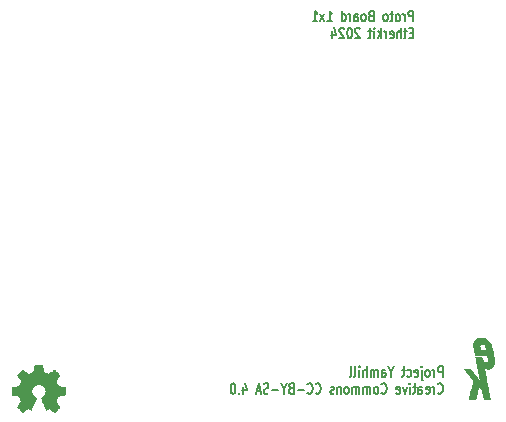
<source format=gbo>
%TF.GenerationSoftware,KiCad,Pcbnew,7.0.10-7.0.10~ubuntu22.04.1*%
%TF.CreationDate,2024-01-03T17:58:32-08:00*%
%TF.ProjectId,YamhillProtoBoard1x1,59616d68-696c-46c5-9072-6f746f426f61,A*%
%TF.SameCoordinates,Original*%
%TF.FileFunction,Legend,Bot*%
%TF.FilePolarity,Positive*%
%FSLAX46Y46*%
G04 Gerber Fmt 4.6, Leading zero omitted, Abs format (unit mm)*
G04 Created by KiCad (PCBNEW 7.0.10-7.0.10~ubuntu22.04.1) date 2024-01-03 17:58:32*
%MOMM*%
%LPD*%
G01*
G04 APERTURE LIST*
%ADD10C,0.175000*%
%ADD11C,0.002540*%
%ADD12C,1.000000*%
%ADD13C,0.800000*%
%ADD14C,6.400000*%
%ADD15R,1.700000X1.700000*%
%ADD16O,1.700000X1.700000*%
%ADD17C,2.500000*%
%ADD18C,2.600000*%
G04 APERTURE END LIST*
D10*
X143318202Y-89431757D02*
X143318202Y-88531757D01*
X143318202Y-88531757D02*
X143051535Y-88531757D01*
X143051535Y-88531757D02*
X142984869Y-88574614D01*
X142984869Y-88574614D02*
X142951535Y-88617471D01*
X142951535Y-88617471D02*
X142918202Y-88703185D01*
X142918202Y-88703185D02*
X142918202Y-88831757D01*
X142918202Y-88831757D02*
X142951535Y-88917471D01*
X142951535Y-88917471D02*
X142984869Y-88960328D01*
X142984869Y-88960328D02*
X143051535Y-89003185D01*
X143051535Y-89003185D02*
X143318202Y-89003185D01*
X142618202Y-89431757D02*
X142618202Y-88831757D01*
X142618202Y-89003185D02*
X142584869Y-88917471D01*
X142584869Y-88917471D02*
X142551535Y-88874614D01*
X142551535Y-88874614D02*
X142484869Y-88831757D01*
X142484869Y-88831757D02*
X142418202Y-88831757D01*
X142084869Y-89431757D02*
X142151536Y-89388900D01*
X142151536Y-89388900D02*
X142184869Y-89346042D01*
X142184869Y-89346042D02*
X142218202Y-89260328D01*
X142218202Y-89260328D02*
X142218202Y-89003185D01*
X142218202Y-89003185D02*
X142184869Y-88917471D01*
X142184869Y-88917471D02*
X142151536Y-88874614D01*
X142151536Y-88874614D02*
X142084869Y-88831757D01*
X142084869Y-88831757D02*
X141984869Y-88831757D01*
X141984869Y-88831757D02*
X141918202Y-88874614D01*
X141918202Y-88874614D02*
X141884869Y-88917471D01*
X141884869Y-88917471D02*
X141851536Y-89003185D01*
X141851536Y-89003185D02*
X141851536Y-89260328D01*
X141851536Y-89260328D02*
X141884869Y-89346042D01*
X141884869Y-89346042D02*
X141918202Y-89388900D01*
X141918202Y-89388900D02*
X141984869Y-89431757D01*
X141984869Y-89431757D02*
X142084869Y-89431757D01*
X141551536Y-88831757D02*
X141551536Y-89603185D01*
X141551536Y-89603185D02*
X141584869Y-89688900D01*
X141584869Y-89688900D02*
X141651536Y-89731757D01*
X141651536Y-89731757D02*
X141684869Y-89731757D01*
X141551536Y-88531757D02*
X141584869Y-88574614D01*
X141584869Y-88574614D02*
X141551536Y-88617471D01*
X141551536Y-88617471D02*
X141518203Y-88574614D01*
X141518203Y-88574614D02*
X141551536Y-88531757D01*
X141551536Y-88531757D02*
X141551536Y-88617471D01*
X140951536Y-89388900D02*
X141018203Y-89431757D01*
X141018203Y-89431757D02*
X141151536Y-89431757D01*
X141151536Y-89431757D02*
X141218203Y-89388900D01*
X141218203Y-89388900D02*
X141251536Y-89303185D01*
X141251536Y-89303185D02*
X141251536Y-88960328D01*
X141251536Y-88960328D02*
X141218203Y-88874614D01*
X141218203Y-88874614D02*
X141151536Y-88831757D01*
X141151536Y-88831757D02*
X141018203Y-88831757D01*
X141018203Y-88831757D02*
X140951536Y-88874614D01*
X140951536Y-88874614D02*
X140918203Y-88960328D01*
X140918203Y-88960328D02*
X140918203Y-89046042D01*
X140918203Y-89046042D02*
X141251536Y-89131757D01*
X140318203Y-89388900D02*
X140384870Y-89431757D01*
X140384870Y-89431757D02*
X140518203Y-89431757D01*
X140518203Y-89431757D02*
X140584870Y-89388900D01*
X140584870Y-89388900D02*
X140618203Y-89346042D01*
X140618203Y-89346042D02*
X140651536Y-89260328D01*
X140651536Y-89260328D02*
X140651536Y-89003185D01*
X140651536Y-89003185D02*
X140618203Y-88917471D01*
X140618203Y-88917471D02*
X140584870Y-88874614D01*
X140584870Y-88874614D02*
X140518203Y-88831757D01*
X140518203Y-88831757D02*
X140384870Y-88831757D01*
X140384870Y-88831757D02*
X140318203Y-88874614D01*
X140118203Y-88831757D02*
X139851536Y-88831757D01*
X140018203Y-88531757D02*
X140018203Y-89303185D01*
X140018203Y-89303185D02*
X139984870Y-89388900D01*
X139984870Y-89388900D02*
X139918203Y-89431757D01*
X139918203Y-89431757D02*
X139851536Y-89431757D01*
X138951537Y-89003185D02*
X138951537Y-89431757D01*
X139184870Y-88531757D02*
X138951537Y-89003185D01*
X138951537Y-89003185D02*
X138718203Y-88531757D01*
X138184870Y-89431757D02*
X138184870Y-88960328D01*
X138184870Y-88960328D02*
X138218203Y-88874614D01*
X138218203Y-88874614D02*
X138284870Y-88831757D01*
X138284870Y-88831757D02*
X138418203Y-88831757D01*
X138418203Y-88831757D02*
X138484870Y-88874614D01*
X138184870Y-89388900D02*
X138251537Y-89431757D01*
X138251537Y-89431757D02*
X138418203Y-89431757D01*
X138418203Y-89431757D02*
X138484870Y-89388900D01*
X138484870Y-89388900D02*
X138518203Y-89303185D01*
X138518203Y-89303185D02*
X138518203Y-89217471D01*
X138518203Y-89217471D02*
X138484870Y-89131757D01*
X138484870Y-89131757D02*
X138418203Y-89088900D01*
X138418203Y-89088900D02*
X138251537Y-89088900D01*
X138251537Y-89088900D02*
X138184870Y-89046042D01*
X137851537Y-89431757D02*
X137851537Y-88831757D01*
X137851537Y-88917471D02*
X137818204Y-88874614D01*
X137818204Y-88874614D02*
X137751537Y-88831757D01*
X137751537Y-88831757D02*
X137651537Y-88831757D01*
X137651537Y-88831757D02*
X137584870Y-88874614D01*
X137584870Y-88874614D02*
X137551537Y-88960328D01*
X137551537Y-88960328D02*
X137551537Y-89431757D01*
X137551537Y-88960328D02*
X137518204Y-88874614D01*
X137518204Y-88874614D02*
X137451537Y-88831757D01*
X137451537Y-88831757D02*
X137351537Y-88831757D01*
X137351537Y-88831757D02*
X137284870Y-88874614D01*
X137284870Y-88874614D02*
X137251537Y-88960328D01*
X137251537Y-88960328D02*
X137251537Y-89431757D01*
X136918204Y-89431757D02*
X136918204Y-88531757D01*
X136618204Y-89431757D02*
X136618204Y-88960328D01*
X136618204Y-88960328D02*
X136651537Y-88874614D01*
X136651537Y-88874614D02*
X136718204Y-88831757D01*
X136718204Y-88831757D02*
X136818204Y-88831757D01*
X136818204Y-88831757D02*
X136884871Y-88874614D01*
X136884871Y-88874614D02*
X136918204Y-88917471D01*
X136284871Y-89431757D02*
X136284871Y-88831757D01*
X136284871Y-88531757D02*
X136318204Y-88574614D01*
X136318204Y-88574614D02*
X136284871Y-88617471D01*
X136284871Y-88617471D02*
X136251538Y-88574614D01*
X136251538Y-88574614D02*
X136284871Y-88531757D01*
X136284871Y-88531757D02*
X136284871Y-88617471D01*
X135851538Y-89431757D02*
X135918205Y-89388900D01*
X135918205Y-89388900D02*
X135951538Y-89303185D01*
X135951538Y-89303185D02*
X135951538Y-88531757D01*
X135484871Y-89431757D02*
X135551538Y-89388900D01*
X135551538Y-89388900D02*
X135584871Y-89303185D01*
X135584871Y-89303185D02*
X135584871Y-88531757D01*
X142918202Y-90795042D02*
X142951535Y-90837900D01*
X142951535Y-90837900D02*
X143051535Y-90880757D01*
X143051535Y-90880757D02*
X143118202Y-90880757D01*
X143118202Y-90880757D02*
X143218202Y-90837900D01*
X143218202Y-90837900D02*
X143284869Y-90752185D01*
X143284869Y-90752185D02*
X143318202Y-90666471D01*
X143318202Y-90666471D02*
X143351535Y-90495042D01*
X143351535Y-90495042D02*
X143351535Y-90366471D01*
X143351535Y-90366471D02*
X143318202Y-90195042D01*
X143318202Y-90195042D02*
X143284869Y-90109328D01*
X143284869Y-90109328D02*
X143218202Y-90023614D01*
X143218202Y-90023614D02*
X143118202Y-89980757D01*
X143118202Y-89980757D02*
X143051535Y-89980757D01*
X143051535Y-89980757D02*
X142951535Y-90023614D01*
X142951535Y-90023614D02*
X142918202Y-90066471D01*
X142618202Y-90880757D02*
X142618202Y-90280757D01*
X142618202Y-90452185D02*
X142584869Y-90366471D01*
X142584869Y-90366471D02*
X142551535Y-90323614D01*
X142551535Y-90323614D02*
X142484869Y-90280757D01*
X142484869Y-90280757D02*
X142418202Y-90280757D01*
X141918202Y-90837900D02*
X141984869Y-90880757D01*
X141984869Y-90880757D02*
X142118202Y-90880757D01*
X142118202Y-90880757D02*
X142184869Y-90837900D01*
X142184869Y-90837900D02*
X142218202Y-90752185D01*
X142218202Y-90752185D02*
X142218202Y-90409328D01*
X142218202Y-90409328D02*
X142184869Y-90323614D01*
X142184869Y-90323614D02*
X142118202Y-90280757D01*
X142118202Y-90280757D02*
X141984869Y-90280757D01*
X141984869Y-90280757D02*
X141918202Y-90323614D01*
X141918202Y-90323614D02*
X141884869Y-90409328D01*
X141884869Y-90409328D02*
X141884869Y-90495042D01*
X141884869Y-90495042D02*
X142218202Y-90580757D01*
X141284869Y-90880757D02*
X141284869Y-90409328D01*
X141284869Y-90409328D02*
X141318202Y-90323614D01*
X141318202Y-90323614D02*
X141384869Y-90280757D01*
X141384869Y-90280757D02*
X141518202Y-90280757D01*
X141518202Y-90280757D02*
X141584869Y-90323614D01*
X141284869Y-90837900D02*
X141351536Y-90880757D01*
X141351536Y-90880757D02*
X141518202Y-90880757D01*
X141518202Y-90880757D02*
X141584869Y-90837900D01*
X141584869Y-90837900D02*
X141618202Y-90752185D01*
X141618202Y-90752185D02*
X141618202Y-90666471D01*
X141618202Y-90666471D02*
X141584869Y-90580757D01*
X141584869Y-90580757D02*
X141518202Y-90537900D01*
X141518202Y-90537900D02*
X141351536Y-90537900D01*
X141351536Y-90537900D02*
X141284869Y-90495042D01*
X141051536Y-90280757D02*
X140784869Y-90280757D01*
X140951536Y-89980757D02*
X140951536Y-90752185D01*
X140951536Y-90752185D02*
X140918203Y-90837900D01*
X140918203Y-90837900D02*
X140851536Y-90880757D01*
X140851536Y-90880757D02*
X140784869Y-90880757D01*
X140551536Y-90880757D02*
X140551536Y-90280757D01*
X140551536Y-89980757D02*
X140584869Y-90023614D01*
X140584869Y-90023614D02*
X140551536Y-90066471D01*
X140551536Y-90066471D02*
X140518203Y-90023614D01*
X140518203Y-90023614D02*
X140551536Y-89980757D01*
X140551536Y-89980757D02*
X140551536Y-90066471D01*
X140284870Y-90280757D02*
X140118203Y-90880757D01*
X140118203Y-90880757D02*
X139951536Y-90280757D01*
X139418203Y-90837900D02*
X139484870Y-90880757D01*
X139484870Y-90880757D02*
X139618203Y-90880757D01*
X139618203Y-90880757D02*
X139684870Y-90837900D01*
X139684870Y-90837900D02*
X139718203Y-90752185D01*
X139718203Y-90752185D02*
X139718203Y-90409328D01*
X139718203Y-90409328D02*
X139684870Y-90323614D01*
X139684870Y-90323614D02*
X139618203Y-90280757D01*
X139618203Y-90280757D02*
X139484870Y-90280757D01*
X139484870Y-90280757D02*
X139418203Y-90323614D01*
X139418203Y-90323614D02*
X139384870Y-90409328D01*
X139384870Y-90409328D02*
X139384870Y-90495042D01*
X139384870Y-90495042D02*
X139718203Y-90580757D01*
X138151537Y-90795042D02*
X138184870Y-90837900D01*
X138184870Y-90837900D02*
X138284870Y-90880757D01*
X138284870Y-90880757D02*
X138351537Y-90880757D01*
X138351537Y-90880757D02*
X138451537Y-90837900D01*
X138451537Y-90837900D02*
X138518204Y-90752185D01*
X138518204Y-90752185D02*
X138551537Y-90666471D01*
X138551537Y-90666471D02*
X138584870Y-90495042D01*
X138584870Y-90495042D02*
X138584870Y-90366471D01*
X138584870Y-90366471D02*
X138551537Y-90195042D01*
X138551537Y-90195042D02*
X138518204Y-90109328D01*
X138518204Y-90109328D02*
X138451537Y-90023614D01*
X138451537Y-90023614D02*
X138351537Y-89980757D01*
X138351537Y-89980757D02*
X138284870Y-89980757D01*
X138284870Y-89980757D02*
X138184870Y-90023614D01*
X138184870Y-90023614D02*
X138151537Y-90066471D01*
X137751537Y-90880757D02*
X137818204Y-90837900D01*
X137818204Y-90837900D02*
X137851537Y-90795042D01*
X137851537Y-90795042D02*
X137884870Y-90709328D01*
X137884870Y-90709328D02*
X137884870Y-90452185D01*
X137884870Y-90452185D02*
X137851537Y-90366471D01*
X137851537Y-90366471D02*
X137818204Y-90323614D01*
X137818204Y-90323614D02*
X137751537Y-90280757D01*
X137751537Y-90280757D02*
X137651537Y-90280757D01*
X137651537Y-90280757D02*
X137584870Y-90323614D01*
X137584870Y-90323614D02*
X137551537Y-90366471D01*
X137551537Y-90366471D02*
X137518204Y-90452185D01*
X137518204Y-90452185D02*
X137518204Y-90709328D01*
X137518204Y-90709328D02*
X137551537Y-90795042D01*
X137551537Y-90795042D02*
X137584870Y-90837900D01*
X137584870Y-90837900D02*
X137651537Y-90880757D01*
X137651537Y-90880757D02*
X137751537Y-90880757D01*
X137218204Y-90880757D02*
X137218204Y-90280757D01*
X137218204Y-90366471D02*
X137184871Y-90323614D01*
X137184871Y-90323614D02*
X137118204Y-90280757D01*
X137118204Y-90280757D02*
X137018204Y-90280757D01*
X137018204Y-90280757D02*
X136951537Y-90323614D01*
X136951537Y-90323614D02*
X136918204Y-90409328D01*
X136918204Y-90409328D02*
X136918204Y-90880757D01*
X136918204Y-90409328D02*
X136884871Y-90323614D01*
X136884871Y-90323614D02*
X136818204Y-90280757D01*
X136818204Y-90280757D02*
X136718204Y-90280757D01*
X136718204Y-90280757D02*
X136651537Y-90323614D01*
X136651537Y-90323614D02*
X136618204Y-90409328D01*
X136618204Y-90409328D02*
X136618204Y-90880757D01*
X136284871Y-90880757D02*
X136284871Y-90280757D01*
X136284871Y-90366471D02*
X136251538Y-90323614D01*
X136251538Y-90323614D02*
X136184871Y-90280757D01*
X136184871Y-90280757D02*
X136084871Y-90280757D01*
X136084871Y-90280757D02*
X136018204Y-90323614D01*
X136018204Y-90323614D02*
X135984871Y-90409328D01*
X135984871Y-90409328D02*
X135984871Y-90880757D01*
X135984871Y-90409328D02*
X135951538Y-90323614D01*
X135951538Y-90323614D02*
X135884871Y-90280757D01*
X135884871Y-90280757D02*
X135784871Y-90280757D01*
X135784871Y-90280757D02*
X135718204Y-90323614D01*
X135718204Y-90323614D02*
X135684871Y-90409328D01*
X135684871Y-90409328D02*
X135684871Y-90880757D01*
X135251538Y-90880757D02*
X135318205Y-90837900D01*
X135318205Y-90837900D02*
X135351538Y-90795042D01*
X135351538Y-90795042D02*
X135384871Y-90709328D01*
X135384871Y-90709328D02*
X135384871Y-90452185D01*
X135384871Y-90452185D02*
X135351538Y-90366471D01*
X135351538Y-90366471D02*
X135318205Y-90323614D01*
X135318205Y-90323614D02*
X135251538Y-90280757D01*
X135251538Y-90280757D02*
X135151538Y-90280757D01*
X135151538Y-90280757D02*
X135084871Y-90323614D01*
X135084871Y-90323614D02*
X135051538Y-90366471D01*
X135051538Y-90366471D02*
X135018205Y-90452185D01*
X135018205Y-90452185D02*
X135018205Y-90709328D01*
X135018205Y-90709328D02*
X135051538Y-90795042D01*
X135051538Y-90795042D02*
X135084871Y-90837900D01*
X135084871Y-90837900D02*
X135151538Y-90880757D01*
X135151538Y-90880757D02*
X135251538Y-90880757D01*
X134718205Y-90280757D02*
X134718205Y-90880757D01*
X134718205Y-90366471D02*
X134684872Y-90323614D01*
X134684872Y-90323614D02*
X134618205Y-90280757D01*
X134618205Y-90280757D02*
X134518205Y-90280757D01*
X134518205Y-90280757D02*
X134451538Y-90323614D01*
X134451538Y-90323614D02*
X134418205Y-90409328D01*
X134418205Y-90409328D02*
X134418205Y-90880757D01*
X134118205Y-90837900D02*
X134051539Y-90880757D01*
X134051539Y-90880757D02*
X133918205Y-90880757D01*
X133918205Y-90880757D02*
X133851539Y-90837900D01*
X133851539Y-90837900D02*
X133818205Y-90752185D01*
X133818205Y-90752185D02*
X133818205Y-90709328D01*
X133818205Y-90709328D02*
X133851539Y-90623614D01*
X133851539Y-90623614D02*
X133918205Y-90580757D01*
X133918205Y-90580757D02*
X134018205Y-90580757D01*
X134018205Y-90580757D02*
X134084872Y-90537900D01*
X134084872Y-90537900D02*
X134118205Y-90452185D01*
X134118205Y-90452185D02*
X134118205Y-90409328D01*
X134118205Y-90409328D02*
X134084872Y-90323614D01*
X134084872Y-90323614D02*
X134018205Y-90280757D01*
X134018205Y-90280757D02*
X133918205Y-90280757D01*
X133918205Y-90280757D02*
X133851539Y-90323614D01*
X132584872Y-90795042D02*
X132618205Y-90837900D01*
X132618205Y-90837900D02*
X132718205Y-90880757D01*
X132718205Y-90880757D02*
X132784872Y-90880757D01*
X132784872Y-90880757D02*
X132884872Y-90837900D01*
X132884872Y-90837900D02*
X132951539Y-90752185D01*
X132951539Y-90752185D02*
X132984872Y-90666471D01*
X132984872Y-90666471D02*
X133018205Y-90495042D01*
X133018205Y-90495042D02*
X133018205Y-90366471D01*
X133018205Y-90366471D02*
X132984872Y-90195042D01*
X132984872Y-90195042D02*
X132951539Y-90109328D01*
X132951539Y-90109328D02*
X132884872Y-90023614D01*
X132884872Y-90023614D02*
X132784872Y-89980757D01*
X132784872Y-89980757D02*
X132718205Y-89980757D01*
X132718205Y-89980757D02*
X132618205Y-90023614D01*
X132618205Y-90023614D02*
X132584872Y-90066471D01*
X131884872Y-90795042D02*
X131918205Y-90837900D01*
X131918205Y-90837900D02*
X132018205Y-90880757D01*
X132018205Y-90880757D02*
X132084872Y-90880757D01*
X132084872Y-90880757D02*
X132184872Y-90837900D01*
X132184872Y-90837900D02*
X132251539Y-90752185D01*
X132251539Y-90752185D02*
X132284872Y-90666471D01*
X132284872Y-90666471D02*
X132318205Y-90495042D01*
X132318205Y-90495042D02*
X132318205Y-90366471D01*
X132318205Y-90366471D02*
X132284872Y-90195042D01*
X132284872Y-90195042D02*
X132251539Y-90109328D01*
X132251539Y-90109328D02*
X132184872Y-90023614D01*
X132184872Y-90023614D02*
X132084872Y-89980757D01*
X132084872Y-89980757D02*
X132018205Y-89980757D01*
X132018205Y-89980757D02*
X131918205Y-90023614D01*
X131918205Y-90023614D02*
X131884872Y-90066471D01*
X131584872Y-90537900D02*
X131051539Y-90537900D01*
X130484872Y-90409328D02*
X130384872Y-90452185D01*
X130384872Y-90452185D02*
X130351538Y-90495042D01*
X130351538Y-90495042D02*
X130318205Y-90580757D01*
X130318205Y-90580757D02*
X130318205Y-90709328D01*
X130318205Y-90709328D02*
X130351538Y-90795042D01*
X130351538Y-90795042D02*
X130384872Y-90837900D01*
X130384872Y-90837900D02*
X130451538Y-90880757D01*
X130451538Y-90880757D02*
X130718205Y-90880757D01*
X130718205Y-90880757D02*
X130718205Y-89980757D01*
X130718205Y-89980757D02*
X130484872Y-89980757D01*
X130484872Y-89980757D02*
X130418205Y-90023614D01*
X130418205Y-90023614D02*
X130384872Y-90066471D01*
X130384872Y-90066471D02*
X130351538Y-90152185D01*
X130351538Y-90152185D02*
X130351538Y-90237900D01*
X130351538Y-90237900D02*
X130384872Y-90323614D01*
X130384872Y-90323614D02*
X130418205Y-90366471D01*
X130418205Y-90366471D02*
X130484872Y-90409328D01*
X130484872Y-90409328D02*
X130718205Y-90409328D01*
X129884872Y-90452185D02*
X129884872Y-90880757D01*
X130118205Y-89980757D02*
X129884872Y-90452185D01*
X129884872Y-90452185D02*
X129651538Y-89980757D01*
X129418205Y-90537900D02*
X128884872Y-90537900D01*
X128584871Y-90837900D02*
X128484871Y-90880757D01*
X128484871Y-90880757D02*
X128318205Y-90880757D01*
X128318205Y-90880757D02*
X128251538Y-90837900D01*
X128251538Y-90837900D02*
X128218205Y-90795042D01*
X128218205Y-90795042D02*
X128184871Y-90709328D01*
X128184871Y-90709328D02*
X128184871Y-90623614D01*
X128184871Y-90623614D02*
X128218205Y-90537900D01*
X128218205Y-90537900D02*
X128251538Y-90495042D01*
X128251538Y-90495042D02*
X128318205Y-90452185D01*
X128318205Y-90452185D02*
X128451538Y-90409328D01*
X128451538Y-90409328D02*
X128518205Y-90366471D01*
X128518205Y-90366471D02*
X128551538Y-90323614D01*
X128551538Y-90323614D02*
X128584871Y-90237900D01*
X128584871Y-90237900D02*
X128584871Y-90152185D01*
X128584871Y-90152185D02*
X128551538Y-90066471D01*
X128551538Y-90066471D02*
X128518205Y-90023614D01*
X128518205Y-90023614D02*
X128451538Y-89980757D01*
X128451538Y-89980757D02*
X128284871Y-89980757D01*
X128284871Y-89980757D02*
X128184871Y-90023614D01*
X127918204Y-90623614D02*
X127584871Y-90623614D01*
X127984871Y-90880757D02*
X127751538Y-89980757D01*
X127751538Y-89980757D02*
X127518204Y-90880757D01*
X126451538Y-90280757D02*
X126451538Y-90880757D01*
X126618205Y-89937900D02*
X126784871Y-90580757D01*
X126784871Y-90580757D02*
X126351538Y-90580757D01*
X126084871Y-90795042D02*
X126051538Y-90837900D01*
X126051538Y-90837900D02*
X126084871Y-90880757D01*
X126084871Y-90880757D02*
X126118204Y-90837900D01*
X126118204Y-90837900D02*
X126084871Y-90795042D01*
X126084871Y-90795042D02*
X126084871Y-90880757D01*
X125618205Y-89980757D02*
X125551538Y-89980757D01*
X125551538Y-89980757D02*
X125484871Y-90023614D01*
X125484871Y-90023614D02*
X125451538Y-90066471D01*
X125451538Y-90066471D02*
X125418205Y-90152185D01*
X125418205Y-90152185D02*
X125384871Y-90323614D01*
X125384871Y-90323614D02*
X125384871Y-90537900D01*
X125384871Y-90537900D02*
X125418205Y-90709328D01*
X125418205Y-90709328D02*
X125451538Y-90795042D01*
X125451538Y-90795042D02*
X125484871Y-90837900D01*
X125484871Y-90837900D02*
X125551538Y-90880757D01*
X125551538Y-90880757D02*
X125618205Y-90880757D01*
X125618205Y-90880757D02*
X125684871Y-90837900D01*
X125684871Y-90837900D02*
X125718205Y-90795042D01*
X125718205Y-90795042D02*
X125751538Y-90709328D01*
X125751538Y-90709328D02*
X125784871Y-90537900D01*
X125784871Y-90537900D02*
X125784871Y-90323614D01*
X125784871Y-90323614D02*
X125751538Y-90152185D01*
X125751538Y-90152185D02*
X125718205Y-90066471D01*
X125718205Y-90066471D02*
X125684871Y-90023614D01*
X125684871Y-90023614D02*
X125618205Y-89980757D01*
X140818202Y-59331757D02*
X140818202Y-58431757D01*
X140818202Y-58431757D02*
X140551535Y-58431757D01*
X140551535Y-58431757D02*
X140484869Y-58474614D01*
X140484869Y-58474614D02*
X140451535Y-58517471D01*
X140451535Y-58517471D02*
X140418202Y-58603185D01*
X140418202Y-58603185D02*
X140418202Y-58731757D01*
X140418202Y-58731757D02*
X140451535Y-58817471D01*
X140451535Y-58817471D02*
X140484869Y-58860328D01*
X140484869Y-58860328D02*
X140551535Y-58903185D01*
X140551535Y-58903185D02*
X140818202Y-58903185D01*
X140118202Y-59331757D02*
X140118202Y-58731757D01*
X140118202Y-58903185D02*
X140084869Y-58817471D01*
X140084869Y-58817471D02*
X140051535Y-58774614D01*
X140051535Y-58774614D02*
X139984869Y-58731757D01*
X139984869Y-58731757D02*
X139918202Y-58731757D01*
X139584869Y-59331757D02*
X139651536Y-59288900D01*
X139651536Y-59288900D02*
X139684869Y-59246042D01*
X139684869Y-59246042D02*
X139718202Y-59160328D01*
X139718202Y-59160328D02*
X139718202Y-58903185D01*
X139718202Y-58903185D02*
X139684869Y-58817471D01*
X139684869Y-58817471D02*
X139651536Y-58774614D01*
X139651536Y-58774614D02*
X139584869Y-58731757D01*
X139584869Y-58731757D02*
X139484869Y-58731757D01*
X139484869Y-58731757D02*
X139418202Y-58774614D01*
X139418202Y-58774614D02*
X139384869Y-58817471D01*
X139384869Y-58817471D02*
X139351536Y-58903185D01*
X139351536Y-58903185D02*
X139351536Y-59160328D01*
X139351536Y-59160328D02*
X139384869Y-59246042D01*
X139384869Y-59246042D02*
X139418202Y-59288900D01*
X139418202Y-59288900D02*
X139484869Y-59331757D01*
X139484869Y-59331757D02*
X139584869Y-59331757D01*
X139151536Y-58731757D02*
X138884869Y-58731757D01*
X139051536Y-58431757D02*
X139051536Y-59203185D01*
X139051536Y-59203185D02*
X139018203Y-59288900D01*
X139018203Y-59288900D02*
X138951536Y-59331757D01*
X138951536Y-59331757D02*
X138884869Y-59331757D01*
X138551536Y-59331757D02*
X138618203Y-59288900D01*
X138618203Y-59288900D02*
X138651536Y-59246042D01*
X138651536Y-59246042D02*
X138684869Y-59160328D01*
X138684869Y-59160328D02*
X138684869Y-58903185D01*
X138684869Y-58903185D02*
X138651536Y-58817471D01*
X138651536Y-58817471D02*
X138618203Y-58774614D01*
X138618203Y-58774614D02*
X138551536Y-58731757D01*
X138551536Y-58731757D02*
X138451536Y-58731757D01*
X138451536Y-58731757D02*
X138384869Y-58774614D01*
X138384869Y-58774614D02*
X138351536Y-58817471D01*
X138351536Y-58817471D02*
X138318203Y-58903185D01*
X138318203Y-58903185D02*
X138318203Y-59160328D01*
X138318203Y-59160328D02*
X138351536Y-59246042D01*
X138351536Y-59246042D02*
X138384869Y-59288900D01*
X138384869Y-59288900D02*
X138451536Y-59331757D01*
X138451536Y-59331757D02*
X138551536Y-59331757D01*
X137251537Y-58860328D02*
X137151537Y-58903185D01*
X137151537Y-58903185D02*
X137118203Y-58946042D01*
X137118203Y-58946042D02*
X137084870Y-59031757D01*
X137084870Y-59031757D02*
X137084870Y-59160328D01*
X137084870Y-59160328D02*
X137118203Y-59246042D01*
X137118203Y-59246042D02*
X137151537Y-59288900D01*
X137151537Y-59288900D02*
X137218203Y-59331757D01*
X137218203Y-59331757D02*
X137484870Y-59331757D01*
X137484870Y-59331757D02*
X137484870Y-58431757D01*
X137484870Y-58431757D02*
X137251537Y-58431757D01*
X137251537Y-58431757D02*
X137184870Y-58474614D01*
X137184870Y-58474614D02*
X137151537Y-58517471D01*
X137151537Y-58517471D02*
X137118203Y-58603185D01*
X137118203Y-58603185D02*
X137118203Y-58688900D01*
X137118203Y-58688900D02*
X137151537Y-58774614D01*
X137151537Y-58774614D02*
X137184870Y-58817471D01*
X137184870Y-58817471D02*
X137251537Y-58860328D01*
X137251537Y-58860328D02*
X137484870Y-58860328D01*
X136684870Y-59331757D02*
X136751537Y-59288900D01*
X136751537Y-59288900D02*
X136784870Y-59246042D01*
X136784870Y-59246042D02*
X136818203Y-59160328D01*
X136818203Y-59160328D02*
X136818203Y-58903185D01*
X136818203Y-58903185D02*
X136784870Y-58817471D01*
X136784870Y-58817471D02*
X136751537Y-58774614D01*
X136751537Y-58774614D02*
X136684870Y-58731757D01*
X136684870Y-58731757D02*
X136584870Y-58731757D01*
X136584870Y-58731757D02*
X136518203Y-58774614D01*
X136518203Y-58774614D02*
X136484870Y-58817471D01*
X136484870Y-58817471D02*
X136451537Y-58903185D01*
X136451537Y-58903185D02*
X136451537Y-59160328D01*
X136451537Y-59160328D02*
X136484870Y-59246042D01*
X136484870Y-59246042D02*
X136518203Y-59288900D01*
X136518203Y-59288900D02*
X136584870Y-59331757D01*
X136584870Y-59331757D02*
X136684870Y-59331757D01*
X135851537Y-59331757D02*
X135851537Y-58860328D01*
X135851537Y-58860328D02*
X135884870Y-58774614D01*
X135884870Y-58774614D02*
X135951537Y-58731757D01*
X135951537Y-58731757D02*
X136084870Y-58731757D01*
X136084870Y-58731757D02*
X136151537Y-58774614D01*
X135851537Y-59288900D02*
X135918204Y-59331757D01*
X135918204Y-59331757D02*
X136084870Y-59331757D01*
X136084870Y-59331757D02*
X136151537Y-59288900D01*
X136151537Y-59288900D02*
X136184870Y-59203185D01*
X136184870Y-59203185D02*
X136184870Y-59117471D01*
X136184870Y-59117471D02*
X136151537Y-59031757D01*
X136151537Y-59031757D02*
X136084870Y-58988900D01*
X136084870Y-58988900D02*
X135918204Y-58988900D01*
X135918204Y-58988900D02*
X135851537Y-58946042D01*
X135518204Y-59331757D02*
X135518204Y-58731757D01*
X135518204Y-58903185D02*
X135484871Y-58817471D01*
X135484871Y-58817471D02*
X135451537Y-58774614D01*
X135451537Y-58774614D02*
X135384871Y-58731757D01*
X135384871Y-58731757D02*
X135318204Y-58731757D01*
X134784871Y-59331757D02*
X134784871Y-58431757D01*
X134784871Y-59288900D02*
X134851538Y-59331757D01*
X134851538Y-59331757D02*
X134984871Y-59331757D01*
X134984871Y-59331757D02*
X135051538Y-59288900D01*
X135051538Y-59288900D02*
X135084871Y-59246042D01*
X135084871Y-59246042D02*
X135118204Y-59160328D01*
X135118204Y-59160328D02*
X135118204Y-58903185D01*
X135118204Y-58903185D02*
X135084871Y-58817471D01*
X135084871Y-58817471D02*
X135051538Y-58774614D01*
X135051538Y-58774614D02*
X134984871Y-58731757D01*
X134984871Y-58731757D02*
X134851538Y-58731757D01*
X134851538Y-58731757D02*
X134784871Y-58774614D01*
X133551538Y-59331757D02*
X133951538Y-59331757D01*
X133751538Y-59331757D02*
X133751538Y-58431757D01*
X133751538Y-58431757D02*
X133818205Y-58560328D01*
X133818205Y-58560328D02*
X133884872Y-58646042D01*
X133884872Y-58646042D02*
X133951538Y-58688900D01*
X133318205Y-59331757D02*
X132951538Y-58731757D01*
X133318205Y-58731757D02*
X132951538Y-59331757D01*
X132318204Y-59331757D02*
X132718204Y-59331757D01*
X132518204Y-59331757D02*
X132518204Y-58431757D01*
X132518204Y-58431757D02*
X132584871Y-58560328D01*
X132584871Y-58560328D02*
X132651538Y-58646042D01*
X132651538Y-58646042D02*
X132718204Y-58688900D01*
X140818202Y-60309328D02*
X140584869Y-60309328D01*
X140484869Y-60780757D02*
X140818202Y-60780757D01*
X140818202Y-60780757D02*
X140818202Y-59880757D01*
X140818202Y-59880757D02*
X140484869Y-59880757D01*
X140284869Y-60180757D02*
X140018202Y-60180757D01*
X140184869Y-59880757D02*
X140184869Y-60652185D01*
X140184869Y-60652185D02*
X140151536Y-60737900D01*
X140151536Y-60737900D02*
X140084869Y-60780757D01*
X140084869Y-60780757D02*
X140018202Y-60780757D01*
X139784869Y-60780757D02*
X139784869Y-59880757D01*
X139484869Y-60780757D02*
X139484869Y-60309328D01*
X139484869Y-60309328D02*
X139518202Y-60223614D01*
X139518202Y-60223614D02*
X139584869Y-60180757D01*
X139584869Y-60180757D02*
X139684869Y-60180757D01*
X139684869Y-60180757D02*
X139751536Y-60223614D01*
X139751536Y-60223614D02*
X139784869Y-60266471D01*
X138884869Y-60737900D02*
X138951536Y-60780757D01*
X138951536Y-60780757D02*
X139084869Y-60780757D01*
X139084869Y-60780757D02*
X139151536Y-60737900D01*
X139151536Y-60737900D02*
X139184869Y-60652185D01*
X139184869Y-60652185D02*
X139184869Y-60309328D01*
X139184869Y-60309328D02*
X139151536Y-60223614D01*
X139151536Y-60223614D02*
X139084869Y-60180757D01*
X139084869Y-60180757D02*
X138951536Y-60180757D01*
X138951536Y-60180757D02*
X138884869Y-60223614D01*
X138884869Y-60223614D02*
X138851536Y-60309328D01*
X138851536Y-60309328D02*
X138851536Y-60395042D01*
X138851536Y-60395042D02*
X139184869Y-60480757D01*
X138551536Y-60780757D02*
X138551536Y-60180757D01*
X138551536Y-60352185D02*
X138518203Y-60266471D01*
X138518203Y-60266471D02*
X138484869Y-60223614D01*
X138484869Y-60223614D02*
X138418203Y-60180757D01*
X138418203Y-60180757D02*
X138351536Y-60180757D01*
X138118203Y-60780757D02*
X138118203Y-59880757D01*
X138051536Y-60437900D02*
X137851536Y-60780757D01*
X137851536Y-60180757D02*
X138118203Y-60523614D01*
X137551536Y-60780757D02*
X137551536Y-60180757D01*
X137551536Y-59880757D02*
X137584869Y-59923614D01*
X137584869Y-59923614D02*
X137551536Y-59966471D01*
X137551536Y-59966471D02*
X137518203Y-59923614D01*
X137518203Y-59923614D02*
X137551536Y-59880757D01*
X137551536Y-59880757D02*
X137551536Y-59966471D01*
X137318203Y-60180757D02*
X137051536Y-60180757D01*
X137218203Y-59880757D02*
X137218203Y-60652185D01*
X137218203Y-60652185D02*
X137184870Y-60737900D01*
X137184870Y-60737900D02*
X137118203Y-60780757D01*
X137118203Y-60780757D02*
X137051536Y-60780757D01*
X136318203Y-59966471D02*
X136284870Y-59923614D01*
X136284870Y-59923614D02*
X136218203Y-59880757D01*
X136218203Y-59880757D02*
X136051537Y-59880757D01*
X136051537Y-59880757D02*
X135984870Y-59923614D01*
X135984870Y-59923614D02*
X135951537Y-59966471D01*
X135951537Y-59966471D02*
X135918203Y-60052185D01*
X135918203Y-60052185D02*
X135918203Y-60137900D01*
X135918203Y-60137900D02*
X135951537Y-60266471D01*
X135951537Y-60266471D02*
X136351537Y-60780757D01*
X136351537Y-60780757D02*
X135918203Y-60780757D01*
X135484870Y-59880757D02*
X135418203Y-59880757D01*
X135418203Y-59880757D02*
X135351536Y-59923614D01*
X135351536Y-59923614D02*
X135318203Y-59966471D01*
X135318203Y-59966471D02*
X135284870Y-60052185D01*
X135284870Y-60052185D02*
X135251536Y-60223614D01*
X135251536Y-60223614D02*
X135251536Y-60437900D01*
X135251536Y-60437900D02*
X135284870Y-60609328D01*
X135284870Y-60609328D02*
X135318203Y-60695042D01*
X135318203Y-60695042D02*
X135351536Y-60737900D01*
X135351536Y-60737900D02*
X135418203Y-60780757D01*
X135418203Y-60780757D02*
X135484870Y-60780757D01*
X135484870Y-60780757D02*
X135551536Y-60737900D01*
X135551536Y-60737900D02*
X135584870Y-60695042D01*
X135584870Y-60695042D02*
X135618203Y-60609328D01*
X135618203Y-60609328D02*
X135651536Y-60437900D01*
X135651536Y-60437900D02*
X135651536Y-60223614D01*
X135651536Y-60223614D02*
X135618203Y-60052185D01*
X135618203Y-60052185D02*
X135584870Y-59966471D01*
X135584870Y-59966471D02*
X135551536Y-59923614D01*
X135551536Y-59923614D02*
X135484870Y-59880757D01*
X134984869Y-59966471D02*
X134951536Y-59923614D01*
X134951536Y-59923614D02*
X134884869Y-59880757D01*
X134884869Y-59880757D02*
X134718203Y-59880757D01*
X134718203Y-59880757D02*
X134651536Y-59923614D01*
X134651536Y-59923614D02*
X134618203Y-59966471D01*
X134618203Y-59966471D02*
X134584869Y-60052185D01*
X134584869Y-60052185D02*
X134584869Y-60137900D01*
X134584869Y-60137900D02*
X134618203Y-60266471D01*
X134618203Y-60266471D02*
X135018203Y-60780757D01*
X135018203Y-60780757D02*
X134584869Y-60780757D01*
X133984869Y-60180757D02*
X133984869Y-60780757D01*
X134151536Y-59837900D02*
X134318202Y-60480757D01*
X134318202Y-60480757D02*
X133884869Y-60480757D01*
%TO.C,G\u002A\u002A\u002A*%
D11*
X109232080Y-88403560D02*
X109315900Y-88406100D01*
X109374320Y-88411180D01*
X109399720Y-88416260D01*
X109402260Y-88416260D01*
X109409880Y-88449280D01*
X109425120Y-88515320D01*
X109442900Y-88609300D01*
X109465760Y-88718520D01*
X109468300Y-88736300D01*
X109488620Y-88842980D01*
X109506400Y-88929340D01*
X109519100Y-88990300D01*
X109526720Y-89013160D01*
X109534340Y-89018240D01*
X109580060Y-89036020D01*
X109651180Y-89066500D01*
X109737540Y-89102060D01*
X109940740Y-89183340D01*
X110192200Y-89013160D01*
X110215060Y-88997920D01*
X110303960Y-88936960D01*
X110377620Y-88886160D01*
X110428420Y-88853140D01*
X110451280Y-88842980D01*
X110476680Y-88865840D01*
X110527480Y-88911560D01*
X110593520Y-88977600D01*
X110672260Y-89056340D01*
X110730680Y-89112220D01*
X110799260Y-89183340D01*
X110844980Y-89231600D01*
X110867840Y-89262080D01*
X110875460Y-89279860D01*
X110872920Y-89292560D01*
X110857680Y-89317960D01*
X110822120Y-89371300D01*
X110768780Y-89447500D01*
X110707820Y-89536400D01*
X110659560Y-89610060D01*
X110603680Y-89693880D01*
X110568120Y-89754840D01*
X110557960Y-89782780D01*
X110560500Y-89795480D01*
X110578280Y-89843740D01*
X110606220Y-89917400D01*
X110644320Y-90006300D01*
X110730680Y-90204420D01*
X110860220Y-90229820D01*
X110938960Y-90242520D01*
X111050720Y-90265380D01*
X111154860Y-90285700D01*
X111319960Y-90316180D01*
X111325040Y-90918160D01*
X111299640Y-90928320D01*
X111274240Y-90935940D01*
X111213280Y-90948640D01*
X111126920Y-90966420D01*
X111025320Y-90986740D01*
X110938960Y-91001980D01*
X110850060Y-91019760D01*
X110786560Y-91032460D01*
X110758620Y-91037540D01*
X110751000Y-91047700D01*
X110730680Y-91088340D01*
X110697660Y-91156920D01*
X110664640Y-91238200D01*
X110629080Y-91322020D01*
X110598600Y-91400760D01*
X110575740Y-91459180D01*
X110568120Y-91492200D01*
X110580820Y-91515060D01*
X110613840Y-91565860D01*
X110662100Y-91639520D01*
X110720520Y-91725880D01*
X110781480Y-91814780D01*
X110832280Y-91888440D01*
X110865300Y-91941780D01*
X110880540Y-91967180D01*
X110872920Y-91984960D01*
X110839900Y-92025600D01*
X110773860Y-92094180D01*
X110674800Y-92190700D01*
X110659560Y-92205940D01*
X110580820Y-92282140D01*
X110514780Y-92343100D01*
X110469060Y-92383740D01*
X110448740Y-92398980D01*
X110425880Y-92386280D01*
X110372540Y-92353260D01*
X110298880Y-92305000D01*
X110209980Y-92246580D01*
X110123620Y-92185620D01*
X110049960Y-92137360D01*
X109999160Y-92104340D01*
X109978840Y-92094180D01*
X109966140Y-92096720D01*
X109925500Y-92117040D01*
X109864540Y-92150060D01*
X109828980Y-92167840D01*
X109773100Y-92190700D01*
X109745160Y-92195780D01*
X109740080Y-92188160D01*
X109719760Y-92147520D01*
X109689280Y-92073860D01*
X109646100Y-91977340D01*
X109597840Y-91863040D01*
X109547040Y-91741120D01*
X109493700Y-91619200D01*
X109445440Y-91499820D01*
X109402260Y-91393140D01*
X109366700Y-91306780D01*
X109343840Y-91245820D01*
X109336220Y-91220420D01*
X109338760Y-91215340D01*
X109366700Y-91187400D01*
X109414960Y-91151840D01*
X109519100Y-91065480D01*
X109623240Y-90935940D01*
X109686740Y-90788620D01*
X109709600Y-90623520D01*
X109691820Y-90473660D01*
X109630860Y-90328880D01*
X109529260Y-90196800D01*
X109404800Y-90100280D01*
X109262560Y-90036780D01*
X109100000Y-90016460D01*
X108945060Y-90034240D01*
X108797740Y-90092660D01*
X108665660Y-90194260D01*
X108609780Y-90257760D01*
X108533580Y-90389840D01*
X108490400Y-90532080D01*
X108485320Y-90567640D01*
X108492940Y-90725120D01*
X108538660Y-90874980D01*
X108619940Y-91007060D01*
X108734240Y-91118820D01*
X108749480Y-91128980D01*
X108802820Y-91167080D01*
X108838380Y-91195020D01*
X108866320Y-91217880D01*
X108668200Y-91697940D01*
X108635180Y-91774140D01*
X108581840Y-91903680D01*
X108533580Y-92017980D01*
X108492940Y-92106880D01*
X108467540Y-92167840D01*
X108454840Y-92190700D01*
X108454840Y-92193240D01*
X108437060Y-92195780D01*
X108401500Y-92183080D01*
X108332920Y-92150060D01*
X108289740Y-92127200D01*
X108238940Y-92101800D01*
X108216080Y-92094180D01*
X108195760Y-92104340D01*
X108147500Y-92134820D01*
X108076380Y-92183080D01*
X107990020Y-92241500D01*
X107908740Y-92297380D01*
X107835080Y-92345640D01*
X107779200Y-92381200D01*
X107753800Y-92396440D01*
X107748720Y-92396440D01*
X107725860Y-92383740D01*
X107682680Y-92345640D01*
X107616640Y-92284680D01*
X107525200Y-92193240D01*
X107509960Y-92180540D01*
X107433760Y-92101800D01*
X107372800Y-92038300D01*
X107332160Y-91992580D01*
X107316920Y-91969720D01*
X107329620Y-91944320D01*
X107365180Y-91890980D01*
X107413440Y-91814780D01*
X107474400Y-91725880D01*
X107634420Y-91494740D01*
X107545520Y-91276300D01*
X107520120Y-91210260D01*
X107484560Y-91128980D01*
X107459160Y-91073100D01*
X107446460Y-91047700D01*
X107423600Y-91037540D01*
X107365180Y-91024840D01*
X107278820Y-91007060D01*
X107174680Y-90986740D01*
X107075620Y-90968960D01*
X106989260Y-90951180D01*
X106923220Y-90938480D01*
X106895280Y-90933400D01*
X106887660Y-90930860D01*
X106882580Y-90915620D01*
X106880040Y-90885140D01*
X106877500Y-90831800D01*
X106874960Y-90747980D01*
X106874960Y-90623520D01*
X106874960Y-90610820D01*
X106877500Y-90493980D01*
X106877500Y-90400000D01*
X106882580Y-90341580D01*
X106885120Y-90316180D01*
X106913060Y-90311100D01*
X106976560Y-90295860D01*
X107065460Y-90280620D01*
X107169600Y-90260300D01*
X107177220Y-90257760D01*
X107281360Y-90237440D01*
X107370260Y-90219660D01*
X107431220Y-90204420D01*
X107459160Y-90196800D01*
X107464240Y-90189180D01*
X107484560Y-90148540D01*
X107515040Y-90082500D01*
X107550600Y-90003760D01*
X107583620Y-89919940D01*
X107614100Y-89846280D01*
X107634420Y-89790400D01*
X107639500Y-89765000D01*
X107624260Y-89739600D01*
X107588700Y-89686260D01*
X107537900Y-89610060D01*
X107474400Y-89521160D01*
X107471860Y-89513540D01*
X107410900Y-89424640D01*
X107360100Y-89348440D01*
X107329620Y-89295100D01*
X107316920Y-89272240D01*
X107316920Y-89269700D01*
X107337240Y-89244300D01*
X107382960Y-89193500D01*
X107446460Y-89124920D01*
X107525200Y-89046180D01*
X107550600Y-89020780D01*
X107636960Y-88936960D01*
X107695380Y-88881080D01*
X107733480Y-88853140D01*
X107751260Y-88845520D01*
X107779200Y-88863300D01*
X107835080Y-88898860D01*
X107911280Y-88952200D01*
X108002720Y-89013160D01*
X108007800Y-89015700D01*
X108096700Y-89076660D01*
X108170360Y-89127460D01*
X108223700Y-89163020D01*
X108246560Y-89175720D01*
X108251640Y-89175720D01*
X108287200Y-89165560D01*
X108350700Y-89142700D01*
X108426900Y-89112220D01*
X108510720Y-89079200D01*
X108584380Y-89048720D01*
X108640260Y-89023320D01*
X108668200Y-89008080D01*
X108668200Y-89005540D01*
X108678360Y-88975060D01*
X108693600Y-88909020D01*
X108711380Y-88817580D01*
X108731700Y-88708360D01*
X108736780Y-88690580D01*
X108757100Y-88583900D01*
X108772340Y-88497540D01*
X108785040Y-88436580D01*
X108792660Y-88411180D01*
X108807900Y-88408640D01*
X108858700Y-88403560D01*
X108937440Y-88401020D01*
X109033960Y-88401020D01*
X109133020Y-88401020D01*
X109232080Y-88403560D01*
G36*
X109232080Y-88403560D02*
G01*
X109315900Y-88406100D01*
X109374320Y-88411180D01*
X109399720Y-88416260D01*
X109402260Y-88416260D01*
X109409880Y-88449280D01*
X109425120Y-88515320D01*
X109442900Y-88609300D01*
X109465760Y-88718520D01*
X109468300Y-88736300D01*
X109488620Y-88842980D01*
X109506400Y-88929340D01*
X109519100Y-88990300D01*
X109526720Y-89013160D01*
X109534340Y-89018240D01*
X109580060Y-89036020D01*
X109651180Y-89066500D01*
X109737540Y-89102060D01*
X109940740Y-89183340D01*
X110192200Y-89013160D01*
X110215060Y-88997920D01*
X110303960Y-88936960D01*
X110377620Y-88886160D01*
X110428420Y-88853140D01*
X110451280Y-88842980D01*
X110476680Y-88865840D01*
X110527480Y-88911560D01*
X110593520Y-88977600D01*
X110672260Y-89056340D01*
X110730680Y-89112220D01*
X110799260Y-89183340D01*
X110844980Y-89231600D01*
X110867840Y-89262080D01*
X110875460Y-89279860D01*
X110872920Y-89292560D01*
X110857680Y-89317960D01*
X110822120Y-89371300D01*
X110768780Y-89447500D01*
X110707820Y-89536400D01*
X110659560Y-89610060D01*
X110603680Y-89693880D01*
X110568120Y-89754840D01*
X110557960Y-89782780D01*
X110560500Y-89795480D01*
X110578280Y-89843740D01*
X110606220Y-89917400D01*
X110644320Y-90006300D01*
X110730680Y-90204420D01*
X110860220Y-90229820D01*
X110938960Y-90242520D01*
X111050720Y-90265380D01*
X111154860Y-90285700D01*
X111319960Y-90316180D01*
X111325040Y-90918160D01*
X111299640Y-90928320D01*
X111274240Y-90935940D01*
X111213280Y-90948640D01*
X111126920Y-90966420D01*
X111025320Y-90986740D01*
X110938960Y-91001980D01*
X110850060Y-91019760D01*
X110786560Y-91032460D01*
X110758620Y-91037540D01*
X110751000Y-91047700D01*
X110730680Y-91088340D01*
X110697660Y-91156920D01*
X110664640Y-91238200D01*
X110629080Y-91322020D01*
X110598600Y-91400760D01*
X110575740Y-91459180D01*
X110568120Y-91492200D01*
X110580820Y-91515060D01*
X110613840Y-91565860D01*
X110662100Y-91639520D01*
X110720520Y-91725880D01*
X110781480Y-91814780D01*
X110832280Y-91888440D01*
X110865300Y-91941780D01*
X110880540Y-91967180D01*
X110872920Y-91984960D01*
X110839900Y-92025600D01*
X110773860Y-92094180D01*
X110674800Y-92190700D01*
X110659560Y-92205940D01*
X110580820Y-92282140D01*
X110514780Y-92343100D01*
X110469060Y-92383740D01*
X110448740Y-92398980D01*
X110425880Y-92386280D01*
X110372540Y-92353260D01*
X110298880Y-92305000D01*
X110209980Y-92246580D01*
X110123620Y-92185620D01*
X110049960Y-92137360D01*
X109999160Y-92104340D01*
X109978840Y-92094180D01*
X109966140Y-92096720D01*
X109925500Y-92117040D01*
X109864540Y-92150060D01*
X109828980Y-92167840D01*
X109773100Y-92190700D01*
X109745160Y-92195780D01*
X109740080Y-92188160D01*
X109719760Y-92147520D01*
X109689280Y-92073860D01*
X109646100Y-91977340D01*
X109597840Y-91863040D01*
X109547040Y-91741120D01*
X109493700Y-91619200D01*
X109445440Y-91499820D01*
X109402260Y-91393140D01*
X109366700Y-91306780D01*
X109343840Y-91245820D01*
X109336220Y-91220420D01*
X109338760Y-91215340D01*
X109366700Y-91187400D01*
X109414960Y-91151840D01*
X109519100Y-91065480D01*
X109623240Y-90935940D01*
X109686740Y-90788620D01*
X109709600Y-90623520D01*
X109691820Y-90473660D01*
X109630860Y-90328880D01*
X109529260Y-90196800D01*
X109404800Y-90100280D01*
X109262560Y-90036780D01*
X109100000Y-90016460D01*
X108945060Y-90034240D01*
X108797740Y-90092660D01*
X108665660Y-90194260D01*
X108609780Y-90257760D01*
X108533580Y-90389840D01*
X108490400Y-90532080D01*
X108485320Y-90567640D01*
X108492940Y-90725120D01*
X108538660Y-90874980D01*
X108619940Y-91007060D01*
X108734240Y-91118820D01*
X108749480Y-91128980D01*
X108802820Y-91167080D01*
X108838380Y-91195020D01*
X108866320Y-91217880D01*
X108668200Y-91697940D01*
X108635180Y-91774140D01*
X108581840Y-91903680D01*
X108533580Y-92017980D01*
X108492940Y-92106880D01*
X108467540Y-92167840D01*
X108454840Y-92190700D01*
X108454840Y-92193240D01*
X108437060Y-92195780D01*
X108401500Y-92183080D01*
X108332920Y-92150060D01*
X108289740Y-92127200D01*
X108238940Y-92101800D01*
X108216080Y-92094180D01*
X108195760Y-92104340D01*
X108147500Y-92134820D01*
X108076380Y-92183080D01*
X107990020Y-92241500D01*
X107908740Y-92297380D01*
X107835080Y-92345640D01*
X107779200Y-92381200D01*
X107753800Y-92396440D01*
X107748720Y-92396440D01*
X107725860Y-92383740D01*
X107682680Y-92345640D01*
X107616640Y-92284680D01*
X107525200Y-92193240D01*
X107509960Y-92180540D01*
X107433760Y-92101800D01*
X107372800Y-92038300D01*
X107332160Y-91992580D01*
X107316920Y-91969720D01*
X107329620Y-91944320D01*
X107365180Y-91890980D01*
X107413440Y-91814780D01*
X107474400Y-91725880D01*
X107634420Y-91494740D01*
X107545520Y-91276300D01*
X107520120Y-91210260D01*
X107484560Y-91128980D01*
X107459160Y-91073100D01*
X107446460Y-91047700D01*
X107423600Y-91037540D01*
X107365180Y-91024840D01*
X107278820Y-91007060D01*
X107174680Y-90986740D01*
X107075620Y-90968960D01*
X106989260Y-90951180D01*
X106923220Y-90938480D01*
X106895280Y-90933400D01*
X106887660Y-90930860D01*
X106882580Y-90915620D01*
X106880040Y-90885140D01*
X106877500Y-90831800D01*
X106874960Y-90747980D01*
X106874960Y-90623520D01*
X106874960Y-90610820D01*
X106877500Y-90493980D01*
X106877500Y-90400000D01*
X106882580Y-90341580D01*
X106885120Y-90316180D01*
X106913060Y-90311100D01*
X106976560Y-90295860D01*
X107065460Y-90280620D01*
X107169600Y-90260300D01*
X107177220Y-90257760D01*
X107281360Y-90237440D01*
X107370260Y-90219660D01*
X107431220Y-90204420D01*
X107459160Y-90196800D01*
X107464240Y-90189180D01*
X107484560Y-90148540D01*
X107515040Y-90082500D01*
X107550600Y-90003760D01*
X107583620Y-89919940D01*
X107614100Y-89846280D01*
X107634420Y-89790400D01*
X107639500Y-89765000D01*
X107624260Y-89739600D01*
X107588700Y-89686260D01*
X107537900Y-89610060D01*
X107474400Y-89521160D01*
X107471860Y-89513540D01*
X107410900Y-89424640D01*
X107360100Y-89348440D01*
X107329620Y-89295100D01*
X107316920Y-89272240D01*
X107316920Y-89269700D01*
X107337240Y-89244300D01*
X107382960Y-89193500D01*
X107446460Y-89124920D01*
X107525200Y-89046180D01*
X107550600Y-89020780D01*
X107636960Y-88936960D01*
X107695380Y-88881080D01*
X107733480Y-88853140D01*
X107751260Y-88845520D01*
X107779200Y-88863300D01*
X107835080Y-88898860D01*
X107911280Y-88952200D01*
X108002720Y-89013160D01*
X108007800Y-89015700D01*
X108096700Y-89076660D01*
X108170360Y-89127460D01*
X108223700Y-89163020D01*
X108246560Y-89175720D01*
X108251640Y-89175720D01*
X108287200Y-89165560D01*
X108350700Y-89142700D01*
X108426900Y-89112220D01*
X108510720Y-89079200D01*
X108584380Y-89048720D01*
X108640260Y-89023320D01*
X108668200Y-89008080D01*
X108668200Y-89005540D01*
X108678360Y-88975060D01*
X108693600Y-88909020D01*
X108711380Y-88817580D01*
X108731700Y-88708360D01*
X108736780Y-88690580D01*
X108757100Y-88583900D01*
X108772340Y-88497540D01*
X108785040Y-88436580D01*
X108792660Y-88411180D01*
X108807900Y-88408640D01*
X108858700Y-88403560D01*
X108937440Y-88401020D01*
X109033960Y-88401020D01*
X109133020Y-88401020D01*
X109232080Y-88403560D01*
G37*
%TO.C,Ref\u002A\u002A*%
X146727660Y-86126980D02*
X146847040Y-86162540D01*
X147029920Y-86264140D01*
X147197560Y-86406380D01*
X147334720Y-86574020D01*
X147428700Y-86754360D01*
X147436320Y-86777220D01*
X147456640Y-86866120D01*
X147484580Y-86995660D01*
X147520140Y-87153140D01*
X147555700Y-87328400D01*
X147591260Y-87508740D01*
X147624280Y-87681460D01*
X147652220Y-87831320D01*
X147672540Y-87948160D01*
X147682700Y-88019280D01*
X147682700Y-88120880D01*
X147662380Y-88285980D01*
X147611580Y-88423140D01*
X147591260Y-88456160D01*
X147474420Y-88585700D01*
X147316940Y-88677140D01*
X147134060Y-88722860D01*
X146938480Y-88717780D01*
X146915620Y-88715240D01*
X146844500Y-88705080D01*
X146814020Y-88705080D01*
X146814020Y-88712700D01*
X146824180Y-88773660D01*
X146847040Y-88885420D01*
X146877520Y-89040360D01*
X146915620Y-89238480D01*
X146958800Y-89467080D01*
X147009600Y-89721080D01*
X147093420Y-90137640D01*
X147146760Y-90401800D01*
X147195020Y-90645640D01*
X147235660Y-90859000D01*
X147271220Y-91039340D01*
X147296620Y-91173960D01*
X147311860Y-91262860D01*
X147314400Y-91293340D01*
X147311860Y-91295880D01*
X147266140Y-91300960D01*
X147177240Y-91303500D01*
X147057860Y-91306040D01*
X146953720Y-91306040D01*
X146869900Y-91303500D01*
X146826720Y-91298420D01*
X146806400Y-91288260D01*
X146801320Y-91270480D01*
X146796240Y-91245080D01*
X146778460Y-91166340D01*
X146758140Y-91052040D01*
X146730200Y-90914880D01*
X146722580Y-90874240D01*
X146687020Y-90711680D01*
X146659080Y-90610080D01*
X146638760Y-90561820D01*
X146628600Y-90551660D01*
X146552400Y-90465300D01*
X146473660Y-90376400D01*
X146400000Y-90300200D01*
X146349200Y-90246860D01*
X146328880Y-90226540D01*
X146323800Y-90241780D01*
X146308560Y-90307820D01*
X146285700Y-90419580D01*
X146255220Y-90564360D01*
X146222200Y-90732000D01*
X146196800Y-90848840D01*
X146163780Y-91006320D01*
X146138380Y-91138400D01*
X146118060Y-91229840D01*
X146110440Y-91270480D01*
X146107900Y-91273020D01*
X146102820Y-91288260D01*
X146082500Y-91298420D01*
X146036780Y-91303500D01*
X145952960Y-91306040D01*
X145818340Y-91306040D01*
X145777700Y-91306040D01*
X145650700Y-91303500D01*
X145566880Y-91298420D01*
X145536400Y-91290800D01*
X145541480Y-91270480D01*
X145559260Y-91199360D01*
X145592280Y-91079980D01*
X145632920Y-90925040D01*
X145683720Y-90739620D01*
X145782780Y-90378940D01*
X145836120Y-90188440D01*
X145879300Y-90020800D01*
X145914860Y-89891260D01*
X145937720Y-89802360D01*
X145945340Y-89766800D01*
X145945340Y-89764260D01*
X145917400Y-89723620D01*
X145858980Y-89642340D01*
X145772620Y-89530580D01*
X145665940Y-89395960D01*
X145544020Y-89243560D01*
X145142700Y-88748260D01*
X145655780Y-88748260D01*
X146077420Y-89289280D01*
X146133300Y-89357860D01*
X146250140Y-89507720D01*
X146351740Y-89637260D01*
X146433020Y-89738860D01*
X146483820Y-89802360D01*
X146504140Y-89825220D01*
X146501600Y-89809980D01*
X146488900Y-89738860D01*
X146466040Y-89619480D01*
X146435560Y-89459460D01*
X146397460Y-89261340D01*
X146354280Y-89037820D01*
X146306020Y-88793980D01*
X146273000Y-88621260D01*
X146224740Y-88387580D01*
X146184100Y-88179300D01*
X146151080Y-88001500D01*
X146125680Y-87864340D01*
X146107900Y-87775440D01*
X146102820Y-87737340D01*
X146102820Y-87729720D01*
X146115520Y-87719560D01*
X146153620Y-87714480D01*
X146229820Y-87714480D01*
X146356820Y-87714480D01*
X146610820Y-87719560D01*
X146636220Y-87844020D01*
X146664160Y-87960860D01*
X146704800Y-88044680D01*
X146763220Y-88113260D01*
X146803860Y-88148820D01*
X146874980Y-88186920D01*
X146963880Y-88197080D01*
X146968960Y-88197080D01*
X147040080Y-88186920D01*
X147098500Y-88148820D01*
X147108660Y-88138660D01*
X147146760Y-88090400D01*
X147162000Y-88031980D01*
X147154380Y-87940540D01*
X147131520Y-87805920D01*
X147111200Y-87714480D01*
X147095960Y-87638280D01*
X147090880Y-87607800D01*
X147075640Y-87605260D01*
X147009600Y-87605260D01*
X146935940Y-87602720D01*
X146897840Y-87602720D01*
X146753060Y-87602720D01*
X146580340Y-87600180D01*
X146072340Y-87600180D01*
X146062180Y-87564620D01*
X146059640Y-87557000D01*
X146036780Y-87450320D01*
X146011380Y-87310620D01*
X145983440Y-87158220D01*
X145955500Y-87005820D01*
X145935180Y-86871200D01*
X145923206Y-86787380D01*
X146448260Y-86787380D01*
X146453340Y-86911840D01*
X146476200Y-87051540D01*
X146504140Y-87168380D01*
X146758140Y-87173460D01*
X146841960Y-87176000D01*
X146935940Y-87176000D01*
X146986740Y-87170920D01*
X147004520Y-87163300D01*
X147007060Y-87150600D01*
X147001980Y-87135360D01*
X146986740Y-87069320D01*
X146966420Y-86975340D01*
X146956260Y-86934700D01*
X146928320Y-86835640D01*
X146900380Y-86767060D01*
X146892760Y-86754360D01*
X146821640Y-86675620D01*
X146725120Y-86627360D01*
X146620980Y-86612120D01*
X146532080Y-86632440D01*
X146468580Y-86693400D01*
X146466040Y-86698480D01*
X146448260Y-86787380D01*
X145923206Y-86787380D01*
X145919940Y-86764520D01*
X145912320Y-86706100D01*
X145914860Y-86675620D01*
X145950420Y-86495280D01*
X146039320Y-86337800D01*
X146166320Y-86210800D01*
X146326340Y-86134600D01*
X146344120Y-86129520D01*
X146463500Y-86111740D01*
X146603200Y-86111740D01*
X146727660Y-86126980D01*
G36*
X146727660Y-86126980D02*
G01*
X146847040Y-86162540D01*
X147029920Y-86264140D01*
X147197560Y-86406380D01*
X147334720Y-86574020D01*
X147428700Y-86754360D01*
X147436320Y-86777220D01*
X147456640Y-86866120D01*
X147484580Y-86995660D01*
X147520140Y-87153140D01*
X147555700Y-87328400D01*
X147591260Y-87508740D01*
X147624280Y-87681460D01*
X147652220Y-87831320D01*
X147672540Y-87948160D01*
X147682700Y-88019280D01*
X147682700Y-88120880D01*
X147662380Y-88285980D01*
X147611580Y-88423140D01*
X147591260Y-88456160D01*
X147474420Y-88585700D01*
X147316940Y-88677140D01*
X147134060Y-88722860D01*
X146938480Y-88717780D01*
X146915620Y-88715240D01*
X146844500Y-88705080D01*
X146814020Y-88705080D01*
X146814020Y-88712700D01*
X146824180Y-88773660D01*
X146847040Y-88885420D01*
X146877520Y-89040360D01*
X146915620Y-89238480D01*
X146958800Y-89467080D01*
X147009600Y-89721080D01*
X147093420Y-90137640D01*
X147146760Y-90401800D01*
X147195020Y-90645640D01*
X147235660Y-90859000D01*
X147271220Y-91039340D01*
X147296620Y-91173960D01*
X147311860Y-91262860D01*
X147314400Y-91293340D01*
X147311860Y-91295880D01*
X147266140Y-91300960D01*
X147177240Y-91303500D01*
X147057860Y-91306040D01*
X146953720Y-91306040D01*
X146869900Y-91303500D01*
X146826720Y-91298420D01*
X146806400Y-91288260D01*
X146801320Y-91270480D01*
X146796240Y-91245080D01*
X146778460Y-91166340D01*
X146758140Y-91052040D01*
X146730200Y-90914880D01*
X146722580Y-90874240D01*
X146687020Y-90711680D01*
X146659080Y-90610080D01*
X146638760Y-90561820D01*
X146628600Y-90551660D01*
X146552400Y-90465300D01*
X146473660Y-90376400D01*
X146400000Y-90300200D01*
X146349200Y-90246860D01*
X146328880Y-90226540D01*
X146323800Y-90241780D01*
X146308560Y-90307820D01*
X146285700Y-90419580D01*
X146255220Y-90564360D01*
X146222200Y-90732000D01*
X146196800Y-90848840D01*
X146163780Y-91006320D01*
X146138380Y-91138400D01*
X146118060Y-91229840D01*
X146110440Y-91270480D01*
X146107900Y-91273020D01*
X146102820Y-91288260D01*
X146082500Y-91298420D01*
X146036780Y-91303500D01*
X145952960Y-91306040D01*
X145818340Y-91306040D01*
X145777700Y-91306040D01*
X145650700Y-91303500D01*
X145566880Y-91298420D01*
X145536400Y-91290800D01*
X145541480Y-91270480D01*
X145559260Y-91199360D01*
X145592280Y-91079980D01*
X145632920Y-90925040D01*
X145683720Y-90739620D01*
X145782780Y-90378940D01*
X145836120Y-90188440D01*
X145879300Y-90020800D01*
X145914860Y-89891260D01*
X145937720Y-89802360D01*
X145945340Y-89766800D01*
X145945340Y-89764260D01*
X145917400Y-89723620D01*
X145858980Y-89642340D01*
X145772620Y-89530580D01*
X145665940Y-89395960D01*
X145544020Y-89243560D01*
X145142700Y-88748260D01*
X145655780Y-88748260D01*
X146077420Y-89289280D01*
X146133300Y-89357860D01*
X146250140Y-89507720D01*
X146351740Y-89637260D01*
X146433020Y-89738860D01*
X146483820Y-89802360D01*
X146504140Y-89825220D01*
X146501600Y-89809980D01*
X146488900Y-89738860D01*
X146466040Y-89619480D01*
X146435560Y-89459460D01*
X146397460Y-89261340D01*
X146354280Y-89037820D01*
X146306020Y-88793980D01*
X146273000Y-88621260D01*
X146224740Y-88387580D01*
X146184100Y-88179300D01*
X146151080Y-88001500D01*
X146125680Y-87864340D01*
X146107900Y-87775440D01*
X146102820Y-87737340D01*
X146102820Y-87729720D01*
X146115520Y-87719560D01*
X146153620Y-87714480D01*
X146229820Y-87714480D01*
X146356820Y-87714480D01*
X146610820Y-87719560D01*
X146636220Y-87844020D01*
X146664160Y-87960860D01*
X146704800Y-88044680D01*
X146763220Y-88113260D01*
X146803860Y-88148820D01*
X146874980Y-88186920D01*
X146963880Y-88197080D01*
X146968960Y-88197080D01*
X147040080Y-88186920D01*
X147098500Y-88148820D01*
X147108660Y-88138660D01*
X147146760Y-88090400D01*
X147162000Y-88031980D01*
X147154380Y-87940540D01*
X147131520Y-87805920D01*
X147111200Y-87714480D01*
X147095960Y-87638280D01*
X147090880Y-87607800D01*
X147075640Y-87605260D01*
X147009600Y-87605260D01*
X146935940Y-87602720D01*
X146897840Y-87602720D01*
X146753060Y-87602720D01*
X146580340Y-87600180D01*
X146072340Y-87600180D01*
X146062180Y-87564620D01*
X146059640Y-87557000D01*
X146036780Y-87450320D01*
X146011380Y-87310620D01*
X145983440Y-87158220D01*
X145955500Y-87005820D01*
X145935180Y-86871200D01*
X145923206Y-86787380D01*
X146448260Y-86787380D01*
X146453340Y-86911840D01*
X146476200Y-87051540D01*
X146504140Y-87168380D01*
X146758140Y-87173460D01*
X146841960Y-87176000D01*
X146935940Y-87176000D01*
X146986740Y-87170920D01*
X147004520Y-87163300D01*
X147007060Y-87150600D01*
X147001980Y-87135360D01*
X146986740Y-87069320D01*
X146966420Y-86975340D01*
X146956260Y-86934700D01*
X146928320Y-86835640D01*
X146900380Y-86767060D01*
X146892760Y-86754360D01*
X146821640Y-86675620D01*
X146725120Y-86627360D01*
X146620980Y-86612120D01*
X146532080Y-86632440D01*
X146468580Y-86693400D01*
X146466040Y-86698480D01*
X146448260Y-86787380D01*
X145923206Y-86787380D01*
X145919940Y-86764520D01*
X145912320Y-86706100D01*
X145914860Y-86675620D01*
X145950420Y-86495280D01*
X146039320Y-86337800D01*
X146166320Y-86210800D01*
X146326340Y-86134600D01*
X146344120Y-86129520D01*
X146463500Y-86111740D01*
X146603200Y-86111740D01*
X146727660Y-86126980D01*
G37*
%TD*%
%LPC*%
D12*
%TO.C,REF\u002A\u002A*%
X105200000Y-62500000D03*
%TD*%
%TO.C,REF\u002A\u002A*%
X105200000Y-82400000D03*
%TD*%
%TO.C,REF\u002A\u002A*%
X144800000Y-82400000D03*
%TD*%
%TO.C,REF\u002A\u002A*%
X116300000Y-57400000D03*
%TD*%
%TO.C,REF\u002A\u002A*%
X120000000Y-92600000D03*
%TD*%
%TO.C,REF\u002A\u002A*%
X112600000Y-92600000D03*
%TD*%
%TO.C,REF\u002A\u002A*%
X112600000Y-96300000D03*
%TD*%
%TO.C,REF\u002A\u002A*%
X120000000Y-67600000D03*
%TD*%
%TO.C,REF\u002A\u002A*%
X130000000Y-87500000D03*
%TD*%
%TO.C,REF\u002A\u002A*%
X130000000Y-96300000D03*
%TD*%
%TO.C,REF\u002A\u002A*%
X129900000Y-57400000D03*
%TD*%
%TO.C,REF\u002A\u002A*%
X129900000Y-53700000D03*
%TD*%
%TO.C,REF\u002A\u002A*%
X116300000Y-62500000D03*
%TD*%
%TO.C,REF\u002A\u002A*%
X130000000Y-67600000D03*
%TD*%
%TO.C,REF\u002A\u002A*%
X120000000Y-96300000D03*
%TD*%
%TO.C,REF\u002A\u002A*%
X144800000Y-62500000D03*
%TD*%
%TO.C,REF\u002A\u002A*%
X137400000Y-62500000D03*
%TD*%
%TO.C,REF\u002A\u002A*%
X133700000Y-67600000D03*
%TD*%
%TO.C,REF\u002A\u002A*%
X120000000Y-82400000D03*
%TD*%
%TO.C,REF\u002A\u002A*%
X141100000Y-62500000D03*
%TD*%
%TO.C,REF\u002A\u002A*%
X120000000Y-78700000D03*
%TD*%
%TO.C,REF\u002A\u002A*%
X120000000Y-75000000D03*
%TD*%
%TO.C,REF\u002A\u002A*%
X105200000Y-67600000D03*
%TD*%
%TO.C,REF\u002A\u002A*%
X141100000Y-82400000D03*
%TD*%
%TO.C,REF\u002A\u002A*%
X133700000Y-87500000D03*
%TD*%
%TO.C,J2*%
X116000000Y-78000000D03*
X116000000Y-75000000D03*
X116000000Y-72000000D03*
%TD*%
%TO.C,REF\u002A\u002A*%
X144800000Y-87500000D03*
%TD*%
%TO.C,REF\u002A\u002A*%
X112600000Y-82400000D03*
%TD*%
%TO.C,REF\u002A\u002A*%
X120000000Y-62500000D03*
%TD*%
%TO.C,REF\u002A\u002A*%
X116300000Y-53700000D03*
%TD*%
D13*
%TO.C,H1*%
X102600000Y-55000000D03*
X103302944Y-53302944D03*
X103302944Y-56697056D03*
X105000000Y-52600000D03*
D14*
X105000000Y-55000000D03*
D13*
X105000000Y-57400000D03*
X106697056Y-53302944D03*
X106697056Y-56697056D03*
X107400000Y-55000000D03*
%TD*%
D15*
%TO.C,J3*%
X104000000Y-73725000D03*
D16*
X104000000Y-76265000D03*
%TD*%
D12*
%TO.C,REF\u002A\u002A*%
X120000000Y-87500000D03*
%TD*%
%TO.C,REF\u002A\u002A*%
X112600000Y-57400000D03*
%TD*%
%TO.C,REF\u002A\u002A*%
X130000000Y-78700000D03*
%TD*%
%TO.C,REF\u002A\u002A*%
X130000000Y-82400000D03*
%TD*%
%TO.C,REF\u002A\u002A*%
X137400000Y-82400000D03*
%TD*%
%TO.C,REF\u002A\u002A*%
X108900000Y-62500000D03*
%TD*%
%TO.C,REF\u002A\u002A*%
X116300000Y-82400000D03*
%TD*%
D17*
%TO.C,J1*%
X110000000Y-75000000D03*
D18*
X107450000Y-72450000D03*
X107450000Y-77550000D03*
X112550000Y-72450000D03*
X112550000Y-77550000D03*
%TD*%
D12*
%TO.C,REF\u002A\u002A*%
X112600000Y-53700000D03*
%TD*%
%TO.C,REF\u002A\u002A*%
X120000000Y-71300000D03*
%TD*%
%TO.C,REF\u002A\u002A*%
X116300000Y-92600000D03*
%TD*%
%TO.C,REF\u002A\u002A*%
X116300000Y-67600000D03*
%TD*%
%TO.C,REF\u002A\u002A*%
X108900000Y-67600000D03*
%TD*%
%TO.C,REF\u002A\u002A*%
X137400000Y-96300000D03*
%TD*%
D15*
%TO.C,J5*%
X146000000Y-73725000D03*
D16*
X146000000Y-76265000D03*
%TD*%
D12*
%TO.C,REF\u002A\u002A*%
X133700000Y-82400000D03*
%TD*%
%TO.C,REF\u002A\u002A*%
X137300000Y-53700000D03*
%TD*%
%TO.C,REF\u002A\u002A*%
X133700000Y-96300000D03*
%TD*%
%TO.C,REF\u002A\u002A*%
X130000000Y-92600000D03*
%TD*%
%TO.C,REF\u002A\u002A*%
X116300000Y-87500000D03*
%TD*%
D13*
%TO.C,H2*%
X142600000Y-55000000D03*
X143302944Y-53302944D03*
X143302944Y-56697056D03*
X145000000Y-52600000D03*
D14*
X145000000Y-55000000D03*
D13*
X145000000Y-57400000D03*
X146697056Y-53302944D03*
X146697056Y-56697056D03*
X147400000Y-55000000D03*
%TD*%
D12*
%TO.C,REF\u002A\u002A*%
X133700000Y-92600000D03*
%TD*%
%TO.C,REF\u002A\u002A*%
X105200000Y-87500000D03*
%TD*%
%TO.C,REF\u002A\u002A*%
X120000000Y-57400000D03*
%TD*%
D13*
%TO.C,H4*%
X142600000Y-95000000D03*
X143302944Y-93302944D03*
X143302944Y-96697056D03*
X145000000Y-92600000D03*
D14*
X145000000Y-95000000D03*
D13*
X145000000Y-97400000D03*
X146697056Y-93302944D03*
X146697056Y-96697056D03*
X147400000Y-95000000D03*
%TD*%
D12*
%TO.C,REF\u002A\u002A*%
X130000000Y-75000000D03*
%TD*%
%TO.C,J11*%
X123700000Y-58100000D03*
X123700000Y-61100000D03*
X123700000Y-64100000D03*
X123700000Y-67100000D03*
X123700000Y-70100000D03*
X123700000Y-73100000D03*
X123700000Y-76100000D03*
X123700000Y-79100000D03*
X123700000Y-82100000D03*
X123700000Y-85100000D03*
X123700000Y-88100000D03*
X123700000Y-91100000D03*
X123700000Y-94100000D03*
%TD*%
D13*
%TO.C,H3*%
X102600000Y-95000000D03*
X103302944Y-93302944D03*
X103302944Y-96697056D03*
X105000000Y-92600000D03*
D14*
X105000000Y-95000000D03*
D13*
X105000000Y-97400000D03*
X106697056Y-93302944D03*
X106697056Y-96697056D03*
X107400000Y-95000000D03*
%TD*%
D12*
%TO.C,REF\u002A\u002A*%
X130000000Y-71300000D03*
%TD*%
%TO.C,REF\u002A\u002A*%
X137400000Y-92600000D03*
%TD*%
%TO.C,REF\u002A\u002A*%
X112600000Y-62500000D03*
%TD*%
%TO.C,REF\u002A\u002A*%
X144800000Y-67600000D03*
%TD*%
%TO.C,REF\u002A\u002A*%
X108900000Y-87500000D03*
%TD*%
%TO.C,REF\u002A\u002A*%
X112600000Y-87500000D03*
%TD*%
%TO.C,REF\u002A\u002A*%
X137400000Y-67600000D03*
%TD*%
%TO.C,REF\u002A\u002A*%
X141100000Y-67600000D03*
%TD*%
%TO.C,REF\u002A\u002A*%
X137300000Y-57400000D03*
%TD*%
%TO.C,REF\u002A\u002A*%
X130000000Y-62500000D03*
%TD*%
%TO.C,REF\u002A\u002A*%
X116300000Y-96300000D03*
%TD*%
%TO.C,J6*%
X134000000Y-78000000D03*
X134000000Y-75000000D03*
X134000000Y-72000000D03*
%TD*%
%TO.C,REF\u002A\u002A*%
X133600000Y-57400000D03*
%TD*%
%TO.C,REF\u002A\u002A*%
X133700000Y-62500000D03*
%TD*%
%TO.C,REF\u002A\u002A*%
X112600000Y-67600000D03*
%TD*%
%TO.C,REF\u002A\u002A*%
X108900000Y-82400000D03*
%TD*%
%TO.C,REF\u002A\u002A*%
X141100000Y-87500000D03*
%TD*%
%TO.C,REF\u002A\u002A*%
X120000000Y-53700000D03*
%TD*%
%TO.C,REF\u002A\u002A*%
X137400000Y-87500000D03*
%TD*%
D17*
%TO.C,J4*%
X140000000Y-75000000D03*
D18*
X137450000Y-72450000D03*
X137450000Y-77550000D03*
X142550000Y-72450000D03*
X142550000Y-77550000D03*
%TD*%
D15*
%TO.C,J10*%
X123825000Y-54000000D03*
D16*
X126365000Y-54000000D03*
%TD*%
D12*
%TO.C,REF\u002A\u002A*%
X133600000Y-53700000D03*
%TD*%
G36*
X102003031Y-51750149D02*
G01*
X102018420Y-51750905D01*
X102030531Y-51752098D01*
X102038917Y-51753342D01*
X102102343Y-51782651D01*
X102139854Y-51841597D01*
X102139542Y-51911466D01*
X102101505Y-51970075D01*
X102037820Y-51998815D01*
X102020722Y-52000000D01*
X102000000Y-52000000D01*
X102000000Y-98000000D01*
X102020722Y-98000000D01*
X102087761Y-98019685D01*
X102133516Y-98072489D01*
X102143460Y-98141647D01*
X102114435Y-98205203D01*
X102055657Y-98242977D01*
X102038903Y-98246660D01*
X102030517Y-98247903D01*
X102018428Y-98249093D01*
X102003039Y-98249850D01*
X101996947Y-98250000D01*
X100133328Y-98250000D01*
X100066289Y-98230315D01*
X100020534Y-98177511D01*
X100009644Y-98134846D01*
X100000316Y-98004418D01*
X100000000Y-97995572D01*
X100000000Y-52004427D01*
X100000316Y-51995581D01*
X100009644Y-51865154D01*
X100034061Y-51799690D01*
X100089994Y-51757818D01*
X100133328Y-51750000D01*
X101996947Y-51750000D01*
X102003031Y-51750149D01*
G37*
G36*
X101943039Y-97769685D02*
G01*
X101988794Y-97822489D01*
X102000000Y-97874000D01*
X102000000Y-98000000D01*
X148000000Y-98000000D01*
X148000000Y-97874000D01*
X148019685Y-97806961D01*
X148072489Y-97761206D01*
X148124000Y-97750000D01*
X149876000Y-97750000D01*
X149943039Y-97769685D01*
X149988794Y-97822489D01*
X150000000Y-97874000D01*
X150000000Y-97995572D01*
X149999684Y-98004418D01*
X149980275Y-98275785D01*
X149977757Y-98293297D01*
X149920872Y-98554794D01*
X149915888Y-98571770D01*
X149822361Y-98822524D01*
X149815011Y-98838617D01*
X149686758Y-99073496D01*
X149677193Y-99088380D01*
X149516811Y-99302624D01*
X149505225Y-99315994D01*
X149315994Y-99505225D01*
X149302624Y-99516811D01*
X149088380Y-99677193D01*
X149073496Y-99686758D01*
X148838617Y-99815011D01*
X148822524Y-99822361D01*
X148571770Y-99915888D01*
X148554794Y-99920872D01*
X148293297Y-99977757D01*
X148275785Y-99980275D01*
X148004418Y-99999684D01*
X147995572Y-100000000D01*
X102004428Y-100000000D01*
X101995582Y-99999684D01*
X101724214Y-99980275D01*
X101706702Y-99977757D01*
X101445205Y-99920872D01*
X101428229Y-99915888D01*
X101177475Y-99822361D01*
X101161382Y-99815011D01*
X100926503Y-99686758D01*
X100911619Y-99677193D01*
X100697375Y-99516811D01*
X100684005Y-99505225D01*
X100494774Y-99315994D01*
X100483188Y-99302624D01*
X100322806Y-99088380D01*
X100313241Y-99073496D01*
X100184988Y-98838617D01*
X100177638Y-98822524D01*
X100084111Y-98571770D01*
X100079127Y-98554794D01*
X100022242Y-98293297D01*
X100019724Y-98275785D01*
X100000316Y-98004418D01*
X100000000Y-97995572D01*
X100000000Y-97874000D01*
X100019685Y-97806961D01*
X100072489Y-97761206D01*
X100124000Y-97750000D01*
X101876000Y-97750000D01*
X101943039Y-97769685D01*
G37*
G36*
X149933711Y-51769685D02*
G01*
X149979466Y-51822489D01*
X149990356Y-51865154D01*
X149999684Y-51995581D01*
X150000000Y-52004427D01*
X150000000Y-97995572D01*
X149999684Y-98004418D01*
X149990356Y-98134846D01*
X149965939Y-98200310D01*
X149910006Y-98242182D01*
X149866672Y-98250000D01*
X148003053Y-98250000D01*
X147996961Y-98249850D01*
X147981571Y-98249093D01*
X147969480Y-98247903D01*
X147961095Y-98246660D01*
X147897667Y-98217357D01*
X147860149Y-98158415D01*
X147860455Y-98088546D01*
X147898486Y-98029933D01*
X147962167Y-98001186D01*
X147979278Y-98000000D01*
X148000000Y-98000000D01*
X148000000Y-52000000D01*
X147979278Y-52000000D01*
X147912239Y-51980315D01*
X147866484Y-51927511D01*
X147856540Y-51858353D01*
X147885565Y-51794797D01*
X147944343Y-51757023D01*
X147961081Y-51753343D01*
X147969466Y-51752099D01*
X147981579Y-51750905D01*
X147996969Y-51750149D01*
X148003053Y-51750000D01*
X149866672Y-51750000D01*
X149933711Y-51769685D01*
G37*
G36*
X148004418Y-50000316D02*
G01*
X148275785Y-50019724D01*
X148293297Y-50022242D01*
X148554794Y-50079127D01*
X148571770Y-50084111D01*
X148822524Y-50177638D01*
X148838617Y-50184988D01*
X149073496Y-50313241D01*
X149088380Y-50322806D01*
X149302624Y-50483188D01*
X149315994Y-50494774D01*
X149505225Y-50684005D01*
X149516811Y-50697375D01*
X149677193Y-50911619D01*
X149686758Y-50926503D01*
X149815011Y-51161382D01*
X149822361Y-51177475D01*
X149915888Y-51428229D01*
X149920872Y-51445205D01*
X149977757Y-51706702D01*
X149980275Y-51724214D01*
X149999684Y-51995581D01*
X150000000Y-52004427D01*
X150000000Y-52126000D01*
X149980315Y-52193039D01*
X149927511Y-52238794D01*
X149876000Y-52250000D01*
X148124000Y-52250000D01*
X148056961Y-52230315D01*
X148011206Y-52177511D01*
X148000000Y-52126000D01*
X148000000Y-52000000D01*
X102000000Y-52000000D01*
X102000000Y-52126000D01*
X101980315Y-52193039D01*
X101927511Y-52238794D01*
X101876000Y-52250000D01*
X100124000Y-52250000D01*
X100056961Y-52230315D01*
X100011206Y-52177511D01*
X100000000Y-52126000D01*
X100000000Y-52004427D01*
X100000316Y-51995581D01*
X100019724Y-51724214D01*
X100022242Y-51706702D01*
X100079127Y-51445205D01*
X100084111Y-51428229D01*
X100177638Y-51177475D01*
X100184988Y-51161382D01*
X100313241Y-50926503D01*
X100322806Y-50911619D01*
X100483188Y-50697375D01*
X100494774Y-50684005D01*
X100684005Y-50494774D01*
X100697375Y-50483188D01*
X100911619Y-50322806D01*
X100926503Y-50313241D01*
X101161382Y-50184988D01*
X101177475Y-50177638D01*
X101428229Y-50084111D01*
X101445205Y-50079127D01*
X101706702Y-50022242D01*
X101724214Y-50019724D01*
X101995582Y-50000316D01*
X102004428Y-50000000D01*
X147995572Y-50000000D01*
X148004418Y-50000316D01*
G37*
%LPD*%
M02*

</source>
